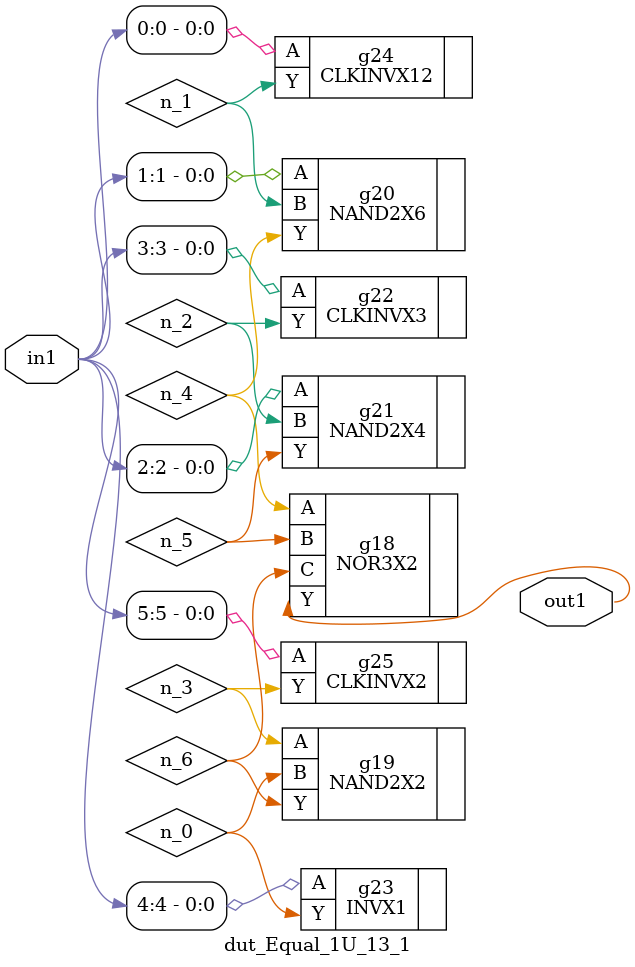
<source format=v>
`timescale 1ps / 1ps


module dut_Equal_1U_13_1(in1, out1);
  input [5:0] in1;
  output out1;
  wire [5:0] in1;
  wire out1;
  wire n_0, n_1, n_2, n_3, n_4, n_5, n_6;
  NOR3X2 g18(.A (n_4), .B (n_5), .C (n_6), .Y (out1));
  NAND2X2 g19(.A (n_3), .B (n_0), .Y (n_6));
  NAND2X4 g21(.A (in1[2]), .B (n_2), .Y (n_5));
  NAND2X6 g20(.A (in1[1]), .B (n_1), .Y (n_4));
  CLKINVX2 g25(.A (in1[5]), .Y (n_3));
  CLKINVX3 g22(.A (in1[3]), .Y (n_2));
  CLKINVX12 g24(.A (in1[0]), .Y (n_1));
  INVX1 g23(.A (in1[4]), .Y (n_0));
endmodule



</source>
